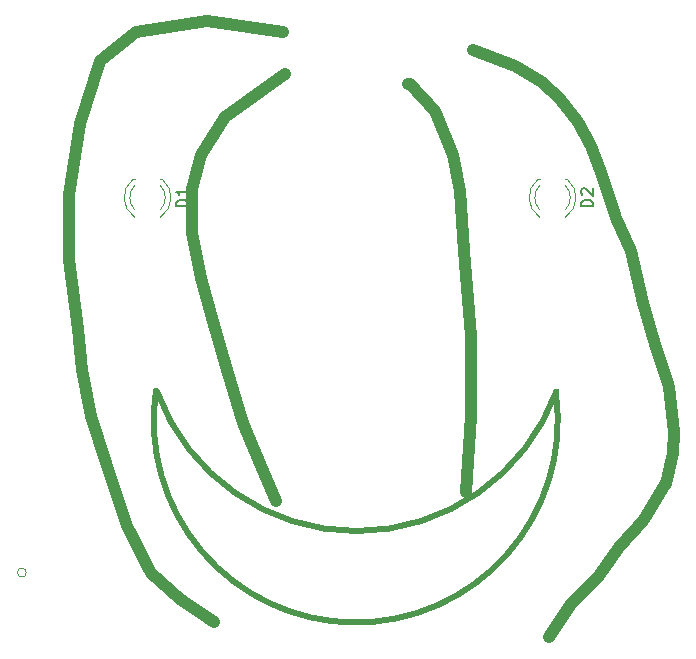
<source format=gbr>
%TF.GenerationSoftware,KiCad,Pcbnew,(5.1.9-0-10_14)*%
%TF.CreationDate,2021-10-18T12:22:06-07:00*%
%TF.ProjectId,pumpkin_pcb_2,70756d70-6b69-46e5-9f70-63625f322e6b,rev?*%
%TF.SameCoordinates,Original*%
%TF.FileFunction,Legend,Top*%
%TF.FilePolarity,Positive*%
%FSLAX46Y46*%
G04 Gerber Fmt 4.6, Leading zero omitted, Abs format (unit mm)*
G04 Created by KiCad (PCBNEW (5.1.9-0-10_14)) date 2021-10-18 12:22:06*
%MOMM*%
%LPD*%
G01*
G04 APERTURE LIST*
%ADD10C,0.500000*%
%ADD11C,0.120000*%
%ADD12C,1.000000*%
%ADD13C,0.150000*%
G04 APERTURE END LIST*
D10*
X151603402Y-101987641D02*
G75*
G02*
X117805201Y-102031799I-16907202J6178841D01*
G01*
D11*
X151770391Y-102157811D02*
G75*
G02*
X117678201Y-101752401I-17074191J-2159989D01*
G01*
D10*
X151588855Y-102282831D02*
G75*
G02*
X117703601Y-101904801I-16968855J-2161969D01*
G01*
D12*
X112978294Y-74051889D02*
X111277398Y-79343559D01*
X157957460Y-90115879D02*
X158902400Y-94462600D01*
X156634540Y-87281059D02*
X157957460Y-90115879D01*
X155500611Y-83690279D02*
X156634540Y-87281059D01*
X154555671Y-81233439D02*
X155500611Y-83690279D01*
X153421741Y-79154569D02*
X154555671Y-81233439D01*
X151909841Y-77264689D02*
X153421741Y-79154569D01*
X150397931Y-75752779D02*
X151909841Y-77264689D01*
X148130081Y-74429869D02*
X150397931Y-75752779D01*
X144539301Y-73106949D02*
X148130081Y-74429869D01*
X110332460Y-90871829D02*
X111088412Y-96730459D01*
X116002103Y-71595040D02*
X112978294Y-74051889D01*
X128475315Y-71595040D02*
X122049721Y-70650100D01*
X123561627Y-78776589D02*
X121482756Y-81989389D01*
X128617055Y-75138569D02*
X123561627Y-78776589D01*
X122616686Y-121487898D02*
X122616686Y-121487898D01*
X111277398Y-79343559D02*
X110332460Y-85391169D01*
X119781863Y-119598018D02*
X122616686Y-121487898D01*
X117325019Y-117330158D02*
X119781863Y-119598018D01*
X115246148Y-113361408D02*
X117325019Y-117330158D01*
X113545256Y-108258728D02*
X115246148Y-113361408D01*
X112222339Y-104100998D02*
X113545256Y-108258728D01*
X144350311Y-104100998D02*
X144350311Y-97297419D01*
X143972341Y-110526588D02*
X144350311Y-104100998D01*
X139247641Y-75941769D02*
X139058651Y-75941769D01*
X141326501Y-78209629D02*
X139247641Y-75941769D01*
X142838411Y-81989389D02*
X141326501Y-78209629D01*
X143405371Y-85013199D02*
X142838411Y-81989389D01*
X143783351Y-90115879D02*
X143405371Y-85013199D01*
X144350311Y-97297419D02*
X143783351Y-90115879D01*
X111466388Y-100132248D02*
X112222339Y-104100998D01*
X111088412Y-96730459D02*
X111466388Y-100132248D01*
X122049721Y-70650100D02*
X116002103Y-71595040D01*
X110332460Y-85391169D02*
X110332460Y-90871829D01*
X126585436Y-108258728D02*
X127908352Y-111282538D01*
X125073530Y-104667958D02*
X126585436Y-108258728D01*
X123750613Y-100132248D02*
X125073530Y-104667958D01*
X122427697Y-95785519D02*
X123750613Y-100132248D01*
X121482756Y-92383729D02*
X122427697Y-95785519D01*
X120726804Y-88603969D02*
X121482756Y-92383729D01*
X120726804Y-84824209D02*
X120726804Y-88603969D01*
X121482756Y-81989389D02*
X120726804Y-84824209D01*
X152854781Y-119975998D02*
X150964901Y-122810818D01*
X155122641Y-117708138D02*
X152854781Y-119975998D01*
X157012520Y-115062308D02*
X155122641Y-117708138D01*
X158902400Y-112983438D02*
X157012520Y-115062308D01*
X160883600Y-109702600D02*
X158902400Y-112983438D01*
X161442400Y-107162600D02*
X160883600Y-109804200D01*
X161548230Y-105423908D02*
X161442400Y-107162600D01*
X161170249Y-101644148D02*
X161548230Y-105423908D01*
X159847340Y-97675399D02*
X161170249Y-101644148D01*
X158902400Y-94462600D02*
X159847340Y-97675399D01*
D11*
%TO.C,D2*%
X152518400Y-84012600D02*
X152362400Y-84012600D01*
X150202400Y-84012600D02*
X150046400Y-84012600D01*
X150202563Y-86613730D02*
G75*
G02*
X150202400Y-84531639I1079837J1041130D01*
G01*
X152362237Y-86613730D02*
G75*
G03*
X152362400Y-84531639I-1079837J1041130D01*
G01*
X150203792Y-87244935D02*
G75*
G02*
X150046884Y-84012600I1078608J1672335D01*
G01*
X152361008Y-87244935D02*
G75*
G03*
X152517916Y-84012600I-1078608J1672335D01*
G01*
%TO.C,D1*%
X118228400Y-84012600D02*
X118072400Y-84012600D01*
X115912400Y-84012600D02*
X115756400Y-84012600D01*
X115912563Y-86613730D02*
G75*
G02*
X115912400Y-84531639I1079837J1041130D01*
G01*
X118072237Y-86613730D02*
G75*
G03*
X118072400Y-84531639I-1079837J1041130D01*
G01*
X115913792Y-87244935D02*
G75*
G02*
X115756884Y-84012600I1078608J1672335D01*
G01*
X118071008Y-87244935D02*
G75*
G03*
X118227916Y-84012600I-1078608J1672335D01*
G01*
%TO.C,BAT1*%
X106727000Y-117322600D02*
G75*
G03*
X106727000Y-117322600I-381000J0D01*
G01*
%TO.C,D2*%
D13*
X154694780Y-86310695D02*
X153694780Y-86310695D01*
X153694780Y-86072600D01*
X153742400Y-85929742D01*
X153837638Y-85834504D01*
X153932876Y-85786885D01*
X154123352Y-85739266D01*
X154266209Y-85739266D01*
X154456685Y-85786885D01*
X154551923Y-85834504D01*
X154647161Y-85929742D01*
X154694780Y-86072600D01*
X154694780Y-86310695D01*
X153790019Y-85358314D02*
X153742400Y-85310695D01*
X153694780Y-85215457D01*
X153694780Y-84977361D01*
X153742400Y-84882123D01*
X153790019Y-84834504D01*
X153885257Y-84786885D01*
X153980495Y-84786885D01*
X154123352Y-84834504D01*
X154694780Y-85405933D01*
X154694780Y-84786885D01*
%TO.C,D1*%
X120404780Y-86310695D02*
X119404780Y-86310695D01*
X119404780Y-86072600D01*
X119452400Y-85929742D01*
X119547638Y-85834504D01*
X119642876Y-85786885D01*
X119833352Y-85739266D01*
X119976209Y-85739266D01*
X120166685Y-85786885D01*
X120261923Y-85834504D01*
X120357161Y-85929742D01*
X120404780Y-86072600D01*
X120404780Y-86310695D01*
X120404780Y-84786885D02*
X120404780Y-85358314D01*
X120404780Y-85072600D02*
X119404780Y-85072600D01*
X119547638Y-85167838D01*
X119642876Y-85263076D01*
X119690495Y-85358314D01*
%TD*%
M02*

</source>
